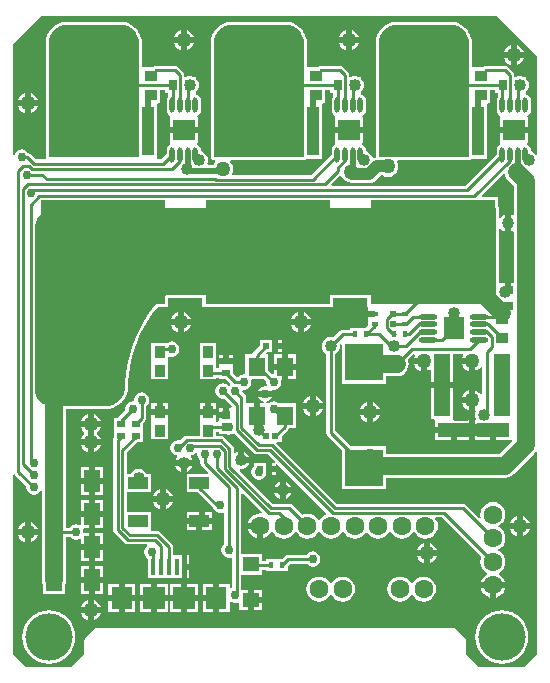
<source format=gtl>
G04 Layer_Physical_Order=1*
G04 Layer_Color=255*
%FSAX24Y24*%
%MOIN*%
G70*
G01*
G75*
%ADD10R,0.0177X0.0217*%
%ADD11R,0.1280X0.1230*%
%ADD12R,0.0560X0.0480*%
%ADD13R,0.0354X0.0276*%
%ADD14R,0.1063X0.0453*%
%ADD15R,0.0750X0.0750*%
%ADD16R,0.0710X0.0750*%
%ADD17R,0.0140X0.0560*%
%ADD18R,0.0283X0.0283*%
%ADD19R,0.0205X0.0205*%
%ADD20R,0.0394X0.0354*%
%ADD21R,0.0413X0.1634*%
%ADD22R,0.4173X0.3465*%
%ADD23R,0.0650X0.0400*%
%ADD24R,0.0354X0.0394*%
%ADD25R,0.0532X0.0748*%
%ADD26R,0.0256X0.0217*%
%ADD27R,0.0550X0.0630*%
%ADD28R,0.0532X0.2087*%
%ADD29O,0.0610X0.0177*%
%ADD30R,0.0681X0.0728*%
%ADD31R,0.0217X0.0177*%
%ADD32R,0.0205X0.0205*%
%ADD33O,0.0177X0.0512*%
%ADD34R,0.0740X0.0661*%
%ADD35R,0.0276X0.0354*%
%ADD36C,0.0100*%
%ADD37C,0.0600*%
%ADD38C,0.0200*%
%ADD39C,0.0400*%
%ADD40C,0.0630*%
%ADD41C,0.1575*%
%ADD42C,0.0500*%
%ADD43C,0.0400*%
%ADD44C,0.0300*%
%ADD45C,0.0157*%
G36*
X068106Y035739D02*
X068112Y035696D01*
X068152Y035599D01*
X068216Y035516D01*
X068398Y035334D01*
Y034383D01*
X068353Y034361D01*
X068351Y034362D01*
X068300Y034383D01*
Y034100D01*
Y033817D01*
X068351Y033838D01*
X068353Y033839D01*
X068398Y033817D01*
Y032113D01*
X068300D01*
Y031876D01*
X068100D01*
Y032113D01*
X067923D01*
X067900Y032154D01*
X067900Y033916D01*
X067950Y033933D01*
X067986Y033886D01*
X068049Y033838D01*
X068100Y033817D01*
Y034100D01*
Y034383D01*
X068049Y034362D01*
X067986Y034314D01*
X067950Y034267D01*
X067900Y034284D01*
Y034600D01*
X067893Y034638D01*
X067885Y034650D01*
Y034976D01*
X067345D01*
X067326Y035022D01*
X068059Y035755D01*
X068106Y035739D01*
D02*
G37*
G36*
X069189Y039654D02*
Y036396D01*
X069139Y036379D01*
X069113Y036413D01*
X069050Y036461D01*
X068978Y036491D01*
X068975Y036491D01*
Y036541D01*
X068960Y036614D01*
X068919Y036675D01*
X068857Y036717D01*
X068844Y036719D01*
X068849Y036769D01*
X068870D01*
Y037100D01*
X068400D01*
X067930D01*
Y036769D01*
X067951D01*
X067956Y036719D01*
X067943Y036717D01*
X067881Y036675D01*
X067840Y036614D01*
X067825Y036541D01*
Y036397D01*
X066780Y035351D01*
X062331D01*
X062312Y035398D01*
X062594Y035680D01*
X062653Y035668D01*
X062671Y035624D01*
X062727Y035552D01*
X062800Y035496D01*
X062885Y035461D01*
X062931Y035454D01*
X062942Y035450D01*
X063019Y035440D01*
X063590D01*
X063668Y035450D01*
X063741Y035480D01*
X063803Y035528D01*
X063965Y035690D01*
X064020D01*
X064024Y035687D01*
X064109Y035651D01*
X064200Y035640D01*
X064291Y035651D01*
X064376Y035687D01*
X064448Y035742D01*
X064504Y035815D01*
X064539Y035900D01*
X064551Y035991D01*
X064539Y036082D01*
X064511Y036150D01*
X064537Y036200D01*
X066900D01*
X066938Y036207D01*
X066971Y036229D01*
X066982Y036245D01*
X067505D01*
Y038076D01*
X067541Y038109D01*
X067595D01*
Y038549D01*
X067788D01*
Y038424D01*
X067865D01*
Y038304D01*
X067840Y038267D01*
X067825Y038194D01*
Y037859D01*
X067840Y037786D01*
X067881Y037725D01*
X067943Y037683D01*
X067956Y037681D01*
X067951Y037631D01*
X067930D01*
Y037300D01*
X068400D01*
X068870D01*
Y037631D01*
X068849D01*
X068844Y037681D01*
X068857Y037683D01*
X068919Y037725D01*
X068960Y037786D01*
X068975Y037859D01*
Y038194D01*
X068960Y038267D01*
X068919Y038329D01*
X068857Y038370D01*
X068820Y038378D01*
X068812Y038424D01*
X068812Y038424D01*
Y038486D01*
X068813Y038487D01*
X068861Y038549D01*
X068891Y038622D01*
X068901Y038700D01*
X068891Y038778D01*
X068861Y038851D01*
X068813Y038913D01*
X068812Y038914D01*
Y038976D01*
X068714D01*
X068678Y038991D01*
X068600Y039001D01*
X068522Y038991D01*
X068486Y038976D01*
X068423D01*
Y039028D01*
X068423Y039028D01*
X068412Y039086D01*
X068379Y039135D01*
X068379Y039135D01*
X068207Y039307D01*
X068158Y039340D01*
X068100Y039351D01*
X068100Y039351D01*
X067485D01*
X067485Y039351D01*
X067427Y039340D01*
X067378Y039307D01*
X067378Y039307D01*
X067362Y039291D01*
X067050D01*
X067000Y039339D01*
X067000Y040100D01*
X067000Y040129D01*
X066999Y040134D01*
X067000Y040139D01*
X066991Y040227D01*
X066988Y040237D01*
X066987Y040247D01*
X066953Y040360D01*
X066948Y040369D01*
X066946Y040378D01*
X066890Y040482D01*
X066884Y040490D01*
X066879Y040499D01*
X066804Y040590D01*
X066796Y040596D01*
X066790Y040604D01*
X066699Y040679D01*
X066690Y040684D01*
X066682Y040690D01*
X066578Y040746D01*
X066569Y040748D01*
X066560Y040753D01*
X066447Y040787D01*
X066437Y040788D01*
X066427Y040791D01*
X066339Y040800D01*
X066334Y040799D01*
X066329Y040800D01*
X066300Y040800D01*
X064500Y040800D01*
X064471Y040800D01*
X064466Y040799D01*
X064461Y040800D01*
X064373Y040791D01*
X064363Y040788D01*
X064353Y040787D01*
X064240Y040753D01*
X064231Y040748D01*
X064222Y040746D01*
X064118Y040690D01*
X064110Y040684D01*
X064101Y040679D01*
X064010Y040604D01*
X064004Y040596D01*
X063996Y040590D01*
X063921Y040499D01*
X063916Y040490D01*
X063910Y040482D01*
X063854Y040378D01*
X063852Y040369D01*
X063847Y040360D01*
X063813Y040247D01*
X063812Y040237D01*
X063809Y040227D01*
X063800Y040139D01*
X063801Y040134D01*
X063800Y040129D01*
X063800Y040100D01*
Y036300D01*
X063789Y036285D01*
X063762Y036282D01*
X063737Y036271D01*
X063684Y036295D01*
X063661Y036351D01*
X063613Y036413D01*
X063551Y036461D01*
X063478Y036491D01*
X063475Y036491D01*
Y036541D01*
X063460Y036614D01*
X063419Y036675D01*
X063357Y036717D01*
X063344Y036719D01*
X063349Y036769D01*
X063370D01*
Y037100D01*
X062900D01*
X062430D01*
Y036769D01*
X062451D01*
X062456Y036719D01*
X062443Y036717D01*
X062381Y036675D01*
X062340Y036614D01*
X062325Y036541D01*
Y036397D01*
X061630Y035701D01*
X059038D01*
X059012Y035751D01*
X059039Y035818D01*
X059051Y035909D01*
X059039Y036000D01*
X059004Y036085D01*
X058955Y036150D01*
X058968Y036200D01*
X061400D01*
X061438Y036207D01*
X061471Y036229D01*
X061482Y036245D01*
X062005D01*
Y038076D01*
X062041Y038109D01*
X062095D01*
Y038549D01*
X062288D01*
Y038424D01*
X062373D01*
Y038317D01*
X062340Y038267D01*
X062325Y038194D01*
Y037859D01*
X062340Y037786D01*
X062381Y037725D01*
X062443Y037683D01*
X062456Y037681D01*
X062451Y037631D01*
X062430D01*
Y037300D01*
X062900D01*
X063370D01*
Y037631D01*
X063349D01*
X063344Y037681D01*
X063357Y037683D01*
X063419Y037725D01*
X063460Y037786D01*
X063475Y037859D01*
Y038194D01*
X063460Y038267D01*
X063419Y038329D01*
X063357Y038370D01*
X063320Y038378D01*
X063312Y038424D01*
X063312Y038424D01*
Y038486D01*
X063313Y038487D01*
X063361Y038549D01*
X063391Y038622D01*
X063401Y038700D01*
X063391Y038778D01*
X063361Y038851D01*
X063313Y038913D01*
X063312Y038914D01*
Y038976D01*
X063214D01*
X063178Y038991D01*
X063100Y039001D01*
X063022Y038991D01*
X062986Y038976D01*
X062923D01*
Y039028D01*
X062923Y039028D01*
X062912Y039086D01*
X062879Y039135D01*
X062879Y039135D01*
X062707Y039307D01*
X062658Y039340D01*
X062600Y039351D01*
X062600Y039351D01*
X061985D01*
X061985Y039351D01*
X061927Y039340D01*
X061878Y039307D01*
X061878Y039307D01*
X061862Y039291D01*
X061550D01*
X061500Y039339D01*
X061500Y040100D01*
X061500Y040129D01*
X061499Y040134D01*
X061500Y040139D01*
X061491Y040227D01*
X061488Y040237D01*
X061487Y040247D01*
X061453Y040360D01*
X061448Y040369D01*
X061446Y040378D01*
X061390Y040482D01*
X061384Y040490D01*
X061379Y040499D01*
X061304Y040590D01*
X061296Y040596D01*
X061290Y040604D01*
X061199Y040679D01*
X061190Y040684D01*
X061182Y040690D01*
X061078Y040746D01*
X061069Y040748D01*
X061060Y040753D01*
X060947Y040787D01*
X060937Y040788D01*
X060927Y040791D01*
X060839Y040800D01*
X060834Y040799D01*
X060829Y040800D01*
X060800Y040800D01*
X059000Y040800D01*
X058971Y040800D01*
X058966Y040799D01*
X058961Y040800D01*
X058873Y040791D01*
X058863Y040788D01*
X058853Y040787D01*
X058740Y040753D01*
X058731Y040748D01*
X058722Y040746D01*
X058618Y040690D01*
X058610Y040684D01*
X058601Y040679D01*
X058510Y040604D01*
X058504Y040596D01*
X058496Y040590D01*
X058421Y040499D01*
X058416Y040490D01*
X058410Y040482D01*
X058354Y040378D01*
X058352Y040369D01*
X058347Y040360D01*
X058313Y040247D01*
X058312Y040237D01*
X058309Y040227D01*
X058300Y040139D01*
X058301Y040134D01*
X058300Y040129D01*
X058300Y040100D01*
Y036300D01*
X058307Y036262D01*
X058329Y036229D01*
X058362Y036207D01*
X058400Y036200D01*
X058432D01*
X058445Y036150D01*
X058396Y036085D01*
X058378Y036043D01*
X058212D01*
X058179Y036093D01*
X058191Y036122D01*
X058201Y036200D01*
X058191Y036278D01*
X058161Y036351D01*
X058113Y036413D01*
X058050Y036461D01*
X057978Y036491D01*
X057975Y036491D01*
Y036541D01*
X057960Y036614D01*
X057919Y036675D01*
X057857Y036717D01*
X057844Y036719D01*
X057849Y036769D01*
X057870D01*
Y037100D01*
X057400D01*
X056930D01*
Y036769D01*
X056951D01*
X056956Y036719D01*
X056943Y036717D01*
X056881Y036675D01*
X056840Y036614D01*
X056825Y036541D01*
Y036397D01*
X056657Y036228D01*
X056548D01*
X056505Y036245D01*
Y038076D01*
X056541Y038109D01*
X056595D01*
Y038549D01*
X056788D01*
Y038424D01*
X056873D01*
Y038317D01*
X056840Y038267D01*
X056825Y038194D01*
Y037859D01*
X056840Y037786D01*
X056881Y037725D01*
X056943Y037683D01*
X056956Y037681D01*
X056951Y037631D01*
X056930D01*
Y037300D01*
X057400D01*
X057870D01*
Y037631D01*
X057849D01*
X057844Y037681D01*
X057857Y037683D01*
X057919Y037725D01*
X057960Y037786D01*
X057975Y037859D01*
Y038194D01*
X057960Y038267D01*
X057919Y038329D01*
X057857Y038370D01*
X057820Y038378D01*
X057812Y038424D01*
X057812Y038424D01*
Y038486D01*
X057813Y038487D01*
X057861Y038549D01*
X057891Y038622D01*
X057901Y038700D01*
X057891Y038778D01*
X057861Y038851D01*
X057813Y038913D01*
X057812Y038914D01*
Y038976D01*
X057714D01*
X057678Y038991D01*
X057600Y039001D01*
X057522Y038991D01*
X057486Y038976D01*
X057423D01*
Y039028D01*
X057423Y039028D01*
X057412Y039086D01*
X057379Y039135D01*
X057379Y039135D01*
X057207Y039307D01*
X057158Y039340D01*
X057100Y039351D01*
X057100Y039351D01*
X056485D01*
X056485Y039351D01*
X056427Y039340D01*
X056378Y039307D01*
X056378Y039307D01*
X056362Y039291D01*
X056050D01*
X056000Y039339D01*
X056000Y040100D01*
X056000Y040129D01*
X055999Y040134D01*
X056000Y040139D01*
X055991Y040227D01*
X055988Y040237D01*
X055987Y040247D01*
X055953Y040360D01*
X055948Y040369D01*
X055946Y040378D01*
X055890Y040482D01*
X055884Y040490D01*
X055879Y040499D01*
X055804Y040590D01*
X055796Y040596D01*
X055790Y040604D01*
X055699Y040679D01*
X055690Y040684D01*
X055682Y040690D01*
X055578Y040746D01*
X055569Y040748D01*
X055560Y040753D01*
X055447Y040787D01*
X055437Y040788D01*
X055427Y040791D01*
X055339Y040800D01*
X055334Y040799D01*
X055329Y040800D01*
X055300Y040800D01*
X053500Y040800D01*
X053471Y040800D01*
X053466Y040799D01*
X053461Y040800D01*
X053373Y040791D01*
X053363Y040788D01*
X053353Y040787D01*
X053240Y040753D01*
X053231Y040748D01*
X053222Y040746D01*
X053118Y040690D01*
X053110Y040684D01*
X053101Y040679D01*
X053010Y040604D01*
X053004Y040596D01*
X052996Y040590D01*
X052921Y040499D01*
X052916Y040490D01*
X052910Y040482D01*
X052854Y040378D01*
X052852Y040369D01*
X052847Y040360D01*
X052813Y040247D01*
X052812Y040237D01*
X052809Y040227D01*
X052800Y040139D01*
X052801Y040134D01*
X052800Y040129D01*
X052800Y040100D01*
Y036300D01*
X052804Y036279D01*
X052779Y036237D01*
X052769Y036228D01*
X052459D01*
X052280Y036407D01*
X052231Y036440D01*
X052201Y036446D01*
X052179Y036479D01*
X052097Y036534D01*
X052000Y036553D01*
X051903Y036534D01*
X051821Y036479D01*
X051766Y036397D01*
X051761Y036373D01*
X051711Y036378D01*
Y039400D01*
Y040054D01*
X052646Y040989D01*
X067854D01*
X069189Y039654D01*
D02*
G37*
G36*
X067800Y031700D02*
X057000Y031700D01*
X057000Y031700D01*
X056958Y031702D01*
X056835Y031687D01*
X056707Y031635D01*
X056598Y031547D01*
X056568Y031511D01*
X056568Y031511D01*
X056483Y031416D01*
X056248Y031113D01*
X056039Y030784D01*
X055858Y030438D01*
X055709Y030077D01*
X055592Y029705D01*
X055507Y029324D01*
X055448Y028816D01*
X055445Y028645D01*
X055445Y028645D01*
X055443Y028583D01*
X055398Y028406D01*
X055336Y028291D01*
X055254Y028191D01*
X055154Y028108D01*
X055039Y028047D01*
X054861Y028001D01*
X054800Y028000D01*
X053000Y028000D01*
Y028000D01*
X052928D01*
X052723Y028070D01*
X052608Y028158D01*
X052520Y028273D01*
X052450Y028478D01*
Y028550D01*
X052450Y033950D01*
Y034014D01*
X052497Y034200D01*
X052557Y034313D01*
X052638Y034412D01*
X052737Y034493D01*
X052850Y034553D01*
X053036Y034600D01*
X053100D01*
X067800Y034600D01*
X067800Y031700D01*
D02*
G37*
G36*
X062662Y030051D02*
Y028747D01*
X064138D01*
Y028998D01*
X064500D01*
X064604Y029012D01*
X064701Y029052D01*
X064784Y029116D01*
X064848Y029199D01*
X064888Y029296D01*
X064902Y029400D01*
X064888Y029504D01*
X064868Y029554D01*
X065048Y029734D01*
X065073Y029731D01*
X065095Y029678D01*
X065094Y029677D01*
X065063Y029600D01*
X065400D01*
Y029500D01*
X065500D01*
Y029163D01*
X065577Y029194D01*
X065595Y029209D01*
X065640Y029187D01*
Y028800D01*
X066006D01*
X066372D01*
Y029749D01*
X066693D01*
X066715Y029704D01*
X066694Y029677D01*
X066663Y029600D01*
X067000D01*
Y029500D01*
X067100D01*
Y029163D01*
X067177Y029194D01*
X067250Y029250D01*
X067299Y029314D01*
X067336Y029307D01*
X067349Y029301D01*
Y028399D01*
X067336Y028393D01*
X067299Y028386D01*
X067250Y028450D01*
X067177Y028506D01*
X067100Y028537D01*
Y028200D01*
Y027849D01*
X067126Y027819D01*
X067109Y027778D01*
X067099Y027700D01*
X067109Y027622D01*
X067126Y027581D01*
X067100Y027551D01*
Y027200D01*
Y026863D01*
X067104Y026864D01*
X067600D01*
Y027191D01*
X067800D01*
Y026864D01*
X068325D01*
X068356Y026824D01*
X067943Y026411D01*
X064138D01*
Y026653D01*
X063639D01*
X063600Y026659D01*
X063561Y026653D01*
X062961D01*
X062451Y027163D01*
Y029740D01*
X062513Y029787D01*
X062561Y029850D01*
X062591Y029922D01*
X062601Y030000D01*
X062593Y030058D01*
X062612Y030074D01*
X062662Y030051D01*
D02*
G37*
G36*
X056994Y031600D02*
X056997Y031600D01*
X057000Y031600D01*
X058015Y031600D01*
Y031314D01*
X062385D01*
Y031600D01*
X063515Y031600D01*
Y031314D01*
X063549D01*
X063552Y031266D01*
X063552D01*
Y031177D01*
X063761D01*
Y030977D01*
X063552D01*
Y030889D01*
X063554D01*
Y030691D01*
X063470Y030607D01*
X062936D01*
Y030551D01*
X062700D01*
X062642Y030540D01*
X062593Y030507D01*
X062593Y030507D01*
X062377Y030291D01*
X062300Y030301D01*
X062222Y030291D01*
X062150Y030261D01*
X062087Y030213D01*
X062039Y030150D01*
X062009Y030078D01*
X061999Y030000D01*
X062009Y029922D01*
X062039Y029850D01*
X062087Y029787D01*
X062149Y029740D01*
Y027100D01*
X062149Y027100D01*
X062160Y027042D01*
X062193Y026993D01*
X062662Y026524D01*
Y025227D01*
X064138D01*
Y025608D01*
X068109D01*
X068213Y025621D01*
X068310Y025661D01*
X068394Y025725D01*
X069084Y026416D01*
X069139Y026487D01*
X069189Y026473D01*
Y019746D01*
X068754Y019311D01*
X067246D01*
X066811Y019746D01*
Y020200D01*
X066803Y020243D01*
X066779Y020279D01*
X066479Y020579D01*
X066443Y020603D01*
X066400Y020611D01*
X066400Y020611D01*
X054500D01*
X054457Y020603D01*
X054421Y020579D01*
X054121Y020279D01*
X054097Y020243D01*
X054089Y020200D01*
X054089Y020200D01*
Y019746D01*
X053654Y019311D01*
X052146D01*
X051711Y019746D01*
Y025716D01*
X051761Y025732D01*
X051775Y025711D01*
X052153Y025333D01*
X052147Y025300D01*
X052166Y025203D01*
X052221Y025121D01*
X052303Y025066D01*
X052400Y025047D01*
X052497Y025066D01*
X052579Y025121D01*
X052618Y025179D01*
X052668Y025164D01*
Y024400D01*
Y023800D01*
Y023300D01*
Y022200D01*
X052682Y022096D01*
X052706Y022038D01*
Y021728D01*
X053434D01*
Y022038D01*
X053458Y022096D01*
X053472Y022200D01*
Y023300D01*
Y023649D01*
X053602D01*
X053621Y023621D01*
X053703Y023566D01*
X053800Y023547D01*
X053897Y023566D01*
X053920Y023581D01*
X053964Y023558D01*
Y023400D01*
X054230D01*
Y023774D01*
X054075D01*
X054053Y023800D01*
X054038Y023876D01*
X054070Y023926D01*
X054230D01*
Y024300D01*
X053964D01*
Y024042D01*
X053920Y024019D01*
X053897Y024034D01*
X053800Y024053D01*
X053703Y024034D01*
X053621Y023979D01*
X053602Y023951D01*
X053472D01*
Y024400D01*
Y025500D01*
Y027900D01*
X054800Y027900D01*
X054801Y027900D01*
X054802Y027900D01*
X054863Y027901D01*
X054875Y027903D01*
X054886Y027904D01*
X055064Y027950D01*
X055075Y027955D01*
X055086Y027959D01*
X055201Y028020D01*
X055209Y028026D01*
X055217Y028031D01*
X055318Y028113D01*
X055324Y028121D01*
X055332Y028127D01*
X055414Y028227D01*
X055419Y028236D01*
X055425Y028244D01*
X055486Y028358D01*
X055490Y028370D01*
X055495Y028381D01*
X055541Y028558D01*
X055541Y028570D01*
X055544Y028581D01*
X055545Y028643D01*
X055545Y028643D01*
X055549Y028809D01*
X055607Y029308D01*
X055689Y029679D01*
X055804Y030043D01*
X055949Y030395D01*
X056126Y030733D01*
X056330Y031055D01*
X056532Y031314D01*
X056885D01*
Y031592D01*
X056962Y031602D01*
X056994Y031600D01*
D02*
G37*
G36*
X055418Y040691D02*
X055531Y040657D01*
X055635Y040601D01*
X055726Y040526D01*
X055801Y040435D01*
X055857Y040331D01*
X055891Y040218D01*
X055900Y040129D01*
X055900Y040100D01*
X055900Y036300D01*
X052900D01*
Y040100D01*
X052900Y040129D01*
X052909Y040218D01*
X052943Y040331D01*
X052999Y040435D01*
X053074Y040526D01*
X053165Y040601D01*
X053269Y040657D01*
X053382Y040691D01*
X053471Y040700D01*
X053500Y040700D01*
X055300Y040700D01*
X055329Y040700D01*
X055418Y040691D01*
D02*
G37*
G36*
X060918D02*
X061031Y040657D01*
X061135Y040601D01*
X061226Y040526D01*
X061301Y040435D01*
X061357Y040331D01*
X061391Y040218D01*
X061400Y040129D01*
X061400Y040100D01*
X061400Y036300D01*
X058400D01*
Y040100D01*
X058400Y040129D01*
X058409Y040218D01*
X058443Y040331D01*
X058499Y040435D01*
X058574Y040526D01*
X058665Y040601D01*
X058769Y040657D01*
X058882Y040691D01*
X058971Y040700D01*
X059000Y040700D01*
X060800Y040700D01*
X060829Y040700D01*
X060918Y040691D01*
D02*
G37*
G36*
X066418D02*
X066531Y040657D01*
X066635Y040601D01*
X066726Y040526D01*
X066801Y040435D01*
X066857Y040331D01*
X066891Y040218D01*
X066900Y040129D01*
X066900Y040100D01*
X066900Y036300D01*
X063900D01*
Y040100D01*
X063900Y040129D01*
X063909Y040218D01*
X063943Y040331D01*
X063999Y040435D01*
X064074Y040526D01*
X064165Y040601D01*
X064269Y040657D01*
X064382Y040691D01*
X064471Y040700D01*
X064500Y040700D01*
X066300Y040700D01*
X066329Y040700D01*
X066418Y040691D01*
D02*
G37*
%LPC*%
G36*
X052537Y023700D02*
X052300D01*
Y023463D01*
X052377Y023494D01*
X052450Y023550D01*
X052506Y023623D01*
X052537Y023700D01*
D02*
G37*
G36*
X052100D02*
X051863D01*
X051894Y023623D01*
X051950Y023550D01*
X052023Y023494D01*
X052100Y023463D01*
Y023700D01*
D02*
G37*
G36*
X054230Y025400D02*
X053964D01*
Y025026D01*
X054230D01*
Y025400D01*
D02*
G37*
G36*
X059844Y023900D02*
X059539D01*
X059540Y023892D01*
X059582Y023791D01*
X059648Y023704D01*
X059735Y023637D01*
X059836Y023596D01*
X059844Y023595D01*
Y023900D01*
D02*
G37*
G36*
X057820Y024070D02*
X057495D01*
Y023870D01*
X057820D01*
Y024070D01*
D02*
G37*
G36*
X068937Y023900D02*
X068700D01*
Y023663D01*
X068777Y023694D01*
X068850Y023750D01*
X068906Y023823D01*
X068937Y023900D01*
D02*
G37*
G36*
X068500D02*
X068263D01*
X068294Y023823D01*
X068350Y023750D01*
X068423Y023694D01*
X068500Y023663D01*
Y023900D01*
D02*
G37*
G36*
X054696Y023774D02*
X054430D01*
Y023400D01*
X054696D01*
Y023774D01*
D02*
G37*
G36*
X054230Y023200D02*
X053964D01*
Y022826D01*
X054230D01*
Y023200D01*
D02*
G37*
G36*
X065837Y023000D02*
X065600D01*
Y022763D01*
X065677Y022794D01*
X065750Y022850D01*
X065806Y022923D01*
X065837Y023000D01*
D02*
G37*
G36*
X065400D02*
X065163D01*
X065194Y022923D01*
X065250Y022850D01*
X065323Y022794D01*
X065400Y022763D01*
Y023000D01*
D02*
G37*
G36*
X054696Y025400D02*
X054430D01*
Y025026D01*
X054696D01*
Y025400D01*
D02*
G37*
G36*
X065600Y023437D02*
Y023200D01*
X065837D01*
X065806Y023277D01*
X065750Y023350D01*
X065677Y023406D01*
X065600Y023437D01*
D02*
G37*
G36*
X065400D02*
X065323Y023406D01*
X065250Y023350D01*
X065194Y023277D01*
X065163Y023200D01*
X065400D01*
Y023437D01*
D02*
G37*
G36*
X054696Y023200D02*
X054430D01*
Y022826D01*
X054696D01*
Y023200D01*
D02*
G37*
G36*
X058345Y024070D02*
X058020D01*
Y023870D01*
X058345D01*
Y024070D01*
D02*
G37*
G36*
X054230Y024874D02*
X053964D01*
Y024500D01*
X054230D01*
Y024874D01*
D02*
G37*
G36*
X058100Y024483D02*
Y024270D01*
X058345D01*
Y024470D01*
X058132D01*
X058100Y024483D01*
D02*
G37*
G36*
X057900D02*
X057868Y024470D01*
X057495D01*
Y024270D01*
X057900D01*
Y024483D01*
D02*
G37*
G36*
X054696Y024874D02*
X054430D01*
Y024500D01*
X054696D01*
Y024874D01*
D02*
G37*
G36*
X056600Y025237D02*
X056523Y025206D01*
X056450Y025150D01*
X056394Y025077D01*
X056363Y025000D01*
X056600D01*
Y025237D01*
D02*
G37*
G36*
X057037Y024800D02*
X056800D01*
Y024563D01*
X056877Y024594D01*
X056950Y024650D01*
X057006Y024723D01*
X057037Y024800D01*
D02*
G37*
G36*
X056600D02*
X056363D01*
X056394Y024723D01*
X056450Y024650D01*
X056523Y024594D01*
X056600Y024563D01*
Y024800D01*
D02*
G37*
G36*
X068700Y024337D02*
Y024100D01*
X068937D01*
X068906Y024177D01*
X068850Y024250D01*
X068777Y024306D01*
X068700Y024337D01*
D02*
G37*
G36*
X054696Y025974D02*
X054430D01*
Y025600D01*
X054696D01*
Y025974D01*
D02*
G37*
G36*
X056800Y025237D02*
Y025000D01*
X057037D01*
X057006Y025077D01*
X056950Y025150D01*
X056877Y025206D01*
X056800Y025237D01*
D02*
G37*
G36*
X052100Y024137D02*
X052023Y024106D01*
X051950Y024050D01*
X051894Y023977D01*
X051863Y023900D01*
X052100D01*
Y024137D01*
D02*
G37*
G36*
X054230Y025974D02*
X053964D01*
Y025600D01*
X054230D01*
Y025974D01*
D02*
G37*
G36*
X068500Y024337D02*
X068423Y024306D01*
X068350Y024250D01*
X068294Y024177D01*
X068263Y024100D01*
X068500D01*
Y024337D01*
D02*
G37*
G36*
X054696Y024300D02*
X054430D01*
Y023926D01*
X054696D01*
Y024300D01*
D02*
G37*
G36*
X052300Y024137D02*
Y023900D01*
X052537D01*
X052506Y023977D01*
X052450Y024050D01*
X052377Y024106D01*
X052300Y024137D01*
D02*
G37*
G36*
X058380Y021500D02*
X058025D01*
Y021125D01*
X058380D01*
Y021500D01*
D02*
G37*
G36*
X060008Y021428D02*
X059728D01*
Y021188D01*
X060008D01*
Y021428D01*
D02*
G37*
G36*
X057300Y021500D02*
X056925D01*
Y021125D01*
X057300D01*
Y021500D01*
D02*
G37*
G36*
X057875D02*
X057500D01*
Y021125D01*
X057875D01*
Y021500D01*
D02*
G37*
G36*
X067600Y021919D02*
X067295D01*
X067296Y021911D01*
X067337Y021810D01*
X067404Y021723D01*
X067491Y021656D01*
X067592Y021615D01*
X067600Y021613D01*
Y021919D01*
D02*
G37*
G36*
X068105D02*
X067800D01*
Y021613D01*
X067808Y021615D01*
X067909Y021656D01*
X067996Y021723D01*
X068063Y021810D01*
X068104Y021911D01*
X068105Y021919D01*
D02*
G37*
G36*
X054200Y021537D02*
X054123Y021506D01*
X054050Y021450D01*
X053994Y021377D01*
X053963Y021300D01*
X054200D01*
Y021537D01*
D02*
G37*
G36*
X054400D02*
Y021300D01*
X054637D01*
X054606Y021377D01*
X054550Y021450D01*
X054477Y021506D01*
X054400Y021537D01*
D02*
G37*
G36*
X054200Y021100D02*
X053963D01*
X053994Y021023D01*
X054050Y020950D01*
X054123Y020894D01*
X054200Y020863D01*
Y021100D01*
D02*
G37*
G36*
X054637D02*
X054400D01*
Y020863D01*
X054477Y020894D01*
X054550Y020950D01*
X054606Y021023D01*
X054637Y021100D01*
D02*
G37*
G36*
X052900Y021190D02*
X052726Y021173D01*
X052559Y021122D01*
X052405Y021040D01*
X052271Y020929D01*
X052160Y020795D01*
X052078Y020641D01*
X052027Y020474D01*
X052010Y020300D01*
X052027Y020126D01*
X052078Y019959D01*
X052160Y019805D01*
X052271Y019671D01*
X052405Y019560D01*
X052559Y019478D01*
X052726Y019427D01*
X052900Y019410D01*
X053074Y019427D01*
X053241Y019478D01*
X053395Y019560D01*
X053529Y019671D01*
X053640Y019805D01*
X053722Y019959D01*
X053773Y020126D01*
X053790Y020300D01*
X053773Y020474D01*
X053722Y020641D01*
X053640Y020795D01*
X053529Y020929D01*
X053395Y021040D01*
X053241Y021122D01*
X053074Y021173D01*
X052900Y021190D01*
D02*
G37*
G36*
X068000D02*
X067826Y021173D01*
X067659Y021122D01*
X067505Y021040D01*
X067371Y020929D01*
X067260Y020795D01*
X067178Y020641D01*
X067127Y020474D01*
X067110Y020300D01*
X067127Y020126D01*
X067178Y019959D01*
X067260Y019805D01*
X067371Y019671D01*
X067505Y019560D01*
X067659Y019478D01*
X067826Y019427D01*
X068000Y019410D01*
X068174Y019427D01*
X068341Y019478D01*
X068495Y019560D01*
X068629Y019671D01*
X068740Y019805D01*
X068822Y019959D01*
X068873Y020126D01*
X068890Y020300D01*
X068873Y020474D01*
X068822Y020641D01*
X068740Y020795D01*
X068629Y020929D01*
X068495Y021040D01*
X068341Y021122D01*
X068174Y021173D01*
X068000Y021190D01*
D02*
G37*
G36*
X056300Y021500D02*
X055925D01*
Y021125D01*
X056300D01*
Y021500D01*
D02*
G37*
G36*
X056875D02*
X056500D01*
Y021125D01*
X056875D01*
Y021500D01*
D02*
G37*
G36*
X055225D02*
X054870D01*
Y021125D01*
X055225D01*
Y021500D01*
D02*
G37*
G36*
X055780D02*
X055425D01*
Y021125D01*
X055780D01*
Y021500D01*
D02*
G37*
G36*
X062694Y022317D02*
X062586Y022303D01*
X062485Y022261D01*
X062399Y022195D01*
X062333Y022109D01*
X062325Y022090D01*
X062275D01*
X062267Y022109D01*
X062201Y022195D01*
X062115Y022261D01*
X062014Y022303D01*
X061906Y022317D01*
X061798Y022303D01*
X061698Y022261D01*
X061611Y022195D01*
X061545Y022109D01*
X061504Y022008D01*
X061489Y021900D01*
X061504Y021792D01*
X061545Y021692D01*
X061611Y021605D01*
X061698Y021539D01*
X061798Y021497D01*
X061906Y021483D01*
X062014Y021497D01*
X062115Y021539D01*
X062201Y021605D01*
X062267Y021692D01*
X062275Y021710D01*
X062325D01*
X062333Y021692D01*
X062399Y021605D01*
X062485Y021539D01*
X062586Y021497D01*
X062694Y021483D01*
X062802Y021497D01*
X062902Y021539D01*
X062989Y021605D01*
X063055Y021692D01*
X063096Y021792D01*
X063111Y021900D01*
X063096Y022008D01*
X063055Y022109D01*
X062989Y022195D01*
X062902Y022261D01*
X062802Y022303D01*
X062694Y022317D01*
D02*
G37*
G36*
X065394D02*
X065286Y022303D01*
X065185Y022261D01*
X065099Y022195D01*
X065033Y022109D01*
X065025Y022090D01*
X064975D01*
X064967Y022109D01*
X064901Y022195D01*
X064815Y022261D01*
X064714Y022303D01*
X064606Y022317D01*
X064498Y022303D01*
X064398Y022261D01*
X064311Y022195D01*
X064245Y022109D01*
X064204Y022008D01*
X064189Y021900D01*
X064204Y021792D01*
X064245Y021692D01*
X064311Y021605D01*
X064398Y021539D01*
X064498Y021497D01*
X064606Y021483D01*
X064714Y021497D01*
X064815Y021539D01*
X064901Y021605D01*
X064967Y021692D01*
X064975Y021710D01*
X065025D01*
X065033Y021692D01*
X065099Y021605D01*
X065185Y021539D01*
X065286Y021497D01*
X065394Y021483D01*
X065502Y021497D01*
X065602Y021539D01*
X065689Y021605D01*
X065755Y021692D01*
X065796Y021792D01*
X065811Y021900D01*
X065796Y022008D01*
X065755Y022109D01*
X065689Y022195D01*
X065602Y022261D01*
X065502Y022303D01*
X065394Y022317D01*
D02*
G37*
G36*
X054230Y022100D02*
X053964D01*
Y021726D01*
X054230D01*
Y022100D01*
D02*
G37*
G36*
X054696D02*
X054430D01*
Y021726D01*
X054696D01*
Y022100D01*
D02*
G37*
G36*
Y022674D02*
X054430D01*
Y022300D01*
X054696D01*
Y022674D01*
D02*
G37*
G36*
X057590Y023030D02*
X057520D01*
Y022750D01*
X057590D01*
Y023030D01*
D02*
G37*
G36*
Y022550D02*
X057520D01*
Y022270D01*
X057590D01*
Y022550D01*
D02*
G37*
G36*
X054230Y022674D02*
X053964D01*
Y022300D01*
X054230D01*
Y022674D01*
D02*
G37*
G36*
X055780Y022075D02*
X055425D01*
Y021700D01*
X055780D01*
Y022075D01*
D02*
G37*
G36*
X056300D02*
X055925D01*
Y021700D01*
X056300D01*
Y022075D01*
D02*
G37*
G36*
X060008Y021868D02*
X059728D01*
Y021628D01*
X060008D01*
Y021868D01*
D02*
G37*
G36*
X055225Y022075D02*
X054870D01*
Y021700D01*
X055225D01*
Y022075D01*
D02*
G37*
G36*
X057875D02*
X057500D01*
Y021700D01*
X057875D01*
Y022075D01*
D02*
G37*
G36*
X058380D02*
X058025D01*
Y021700D01*
X058380D01*
Y022075D01*
D02*
G37*
G36*
X056875D02*
X056500D01*
Y021700D01*
X056875D01*
Y022075D01*
D02*
G37*
G36*
X057300D02*
X056925D01*
Y021700D01*
X057300D01*
Y022075D01*
D02*
G37*
G36*
X057637Y030700D02*
X057400D01*
Y030463D01*
X057477Y030494D01*
X057550Y030550D01*
X057606Y030623D01*
X057637Y030700D01*
D02*
G37*
G36*
X061200D02*
X060963D01*
X060994Y030623D01*
X061050Y030550D01*
X061123Y030494D01*
X061200Y030463D01*
Y030700D01*
D02*
G37*
G36*
X060660Y030202D02*
X060557D01*
Y030100D01*
X060660D01*
Y030202D01*
D02*
G37*
G36*
X057200Y030700D02*
X056963D01*
X056994Y030623D01*
X057050Y030550D01*
X057123Y030494D01*
X057200Y030463D01*
Y030700D01*
D02*
G37*
G36*
X057400Y031137D02*
Y030900D01*
X057637D01*
X057606Y030977D01*
X057550Y031050D01*
X057477Y031106D01*
X057400Y031137D01*
D02*
G37*
G36*
X061200D02*
X061123Y031106D01*
X061050Y031050D01*
X060994Y030977D01*
X060963Y030900D01*
X061200D01*
Y031137D01*
D02*
G37*
G36*
X061637Y030700D02*
X061400D01*
Y030463D01*
X061477Y030494D01*
X061550Y030550D01*
X061606Y030623D01*
X061637Y030700D01*
D02*
G37*
G36*
X057200Y031137D02*
X057123Y031106D01*
X057050Y031050D01*
X056994Y030977D01*
X056963Y030900D01*
X057200D01*
Y031137D01*
D02*
G37*
G36*
X060660Y029900D02*
X060557D01*
Y029798D01*
X060660D01*
Y029900D01*
D02*
G37*
G36*
X066900Y029400D02*
X066663D01*
X066694Y029323D01*
X066750Y029250D01*
X066823Y029194D01*
X066900Y029163D01*
Y029400D01*
D02*
G37*
G36*
X060675Y029730D02*
X060400D01*
Y029415D01*
X060675D01*
Y029730D01*
D02*
G37*
G36*
X060357Y030202D02*
X060255D01*
Y030201D01*
X059942D01*
Y030013D01*
X059718Y029789D01*
X059685Y029740D01*
X059683Y029728D01*
X059452D01*
Y029082D01*
X059413Y029051D01*
X059400Y029053D01*
X059303Y029034D01*
X059221Y028979D01*
X059211Y028964D01*
X059157Y028960D01*
X059026Y029091D01*
Y029289D01*
X059028D01*
Y029397D01*
X058572D01*
Y029289D01*
X058536Y029254D01*
X058483D01*
Y029470D01*
X058483Y029480D01*
Y029520D01*
X058483Y029530D01*
Y030110D01*
X057931D01*
Y029530D01*
X057931Y029520D01*
Y029480D01*
X057931Y029470D01*
Y028890D01*
X058483D01*
Y028952D01*
X058574D01*
Y028896D01*
X058793D01*
X058940Y028749D01*
X058932Y028699D01*
X058896Y028683D01*
X058866Y028688D01*
X058797Y028734D01*
X058700Y028753D01*
X058603Y028734D01*
X058521Y028679D01*
X058466Y028597D01*
X058447Y028500D01*
X058466Y028403D01*
X058521Y028321D01*
X058603Y028266D01*
X058700Y028247D01*
X058733Y028253D01*
X058997Y027989D01*
X058983Y027939D01*
X058900D01*
Y027697D01*
X058800D01*
Y027597D01*
X058558D01*
Y027493D01*
X058558Y027493D01*
X058508Y027472D01*
X058493Y027485D01*
X058484Y027504D01*
X058484Y027518D01*
X058484Y027530D01*
Y027715D01*
X058207D01*
X057930D01*
Y027530D01*
X057930Y027518D01*
X057931Y027469D01*
Y027010D01*
X057493D01*
X057493Y027010D01*
X057435Y026999D01*
X057386Y026966D01*
X057261Y026841D01*
X057200Y026853D01*
X057103Y026834D01*
X057021Y026779D01*
X056966Y026697D01*
X056947Y026600D01*
X056966Y026503D01*
X057021Y026421D01*
X057103Y026366D01*
X057158Y026355D01*
X057166Y026344D01*
X057176Y026301D01*
X057138Y026251D01*
X057117Y026200D01*
X057683D01*
X057662Y026251D01*
X057624Y026301D01*
X057634Y026344D01*
X057642Y026355D01*
X057697Y026366D01*
X057779Y026421D01*
X057809Y026465D01*
X057856Y026446D01*
X057847Y026400D01*
X057866Y026303D01*
X057921Y026221D01*
X057949Y026202D01*
Y026100D01*
X057949Y026100D01*
X057960Y026042D01*
X057993Y025993D01*
X058211Y025775D01*
X058192Y025728D01*
X057497D01*
Y025132D01*
X057854D01*
X058362Y024624D01*
X058366Y024603D01*
X058421Y024521D01*
X058503Y024466D01*
X058600Y024447D01*
X058697Y024466D01*
X058705Y024471D01*
X058749Y024448D01*
Y023398D01*
X058721Y023379D01*
X058666Y023297D01*
X058647Y023200D01*
X058666Y023103D01*
X058721Y023021D01*
X058803Y022966D01*
X058900Y022947D01*
X058958Y022958D01*
X059008Y022918D01*
Y021956D01*
X058985Y021942D01*
X058935Y021971D01*
Y022075D01*
X058580D01*
Y021600D01*
Y021125D01*
X058935D01*
Y021458D01*
X058979Y021482D01*
X059003Y021466D01*
X059100Y021447D01*
X059197Y021466D01*
X059204Y021471D01*
X059248Y021447D01*
Y021188D01*
X059528D01*
Y021528D01*
Y021868D01*
X059310D01*
Y022380D01*
X060006D01*
Y022549D01*
X060136D01*
Y022493D01*
X060864D01*
Y022673D01*
X060940Y022749D01*
X061502D01*
X061521Y022721D01*
X061603Y022666D01*
X061700Y022647D01*
X061797Y022666D01*
X061879Y022721D01*
X061934Y022803D01*
X061953Y022900D01*
X061934Y022997D01*
X061879Y023079D01*
X061797Y023134D01*
X061700Y023153D01*
X061603Y023134D01*
X061521Y023079D01*
X061502Y023051D01*
X060877D01*
X060877Y023051D01*
X060819Y023040D01*
X060770Y023007D01*
X060770Y023007D01*
X060670Y022907D01*
X060136D01*
Y022851D01*
X060006D01*
Y023057D01*
X059310D01*
Y025085D01*
X059357Y025104D01*
X059999Y024462D01*
X059976Y024414D01*
X059944Y024419D01*
X059836Y024404D01*
X059735Y024362D01*
X059648Y024296D01*
X059582Y024209D01*
X059540Y024108D01*
X059539Y024100D01*
X059944D01*
Y024000D01*
X060044D01*
Y023595D01*
X060052Y023596D01*
X060153Y023637D01*
X060240Y023704D01*
X060307Y023791D01*
X060314Y023808D01*
X060364D01*
X060370Y023791D01*
X060437Y023705D01*
X060523Y023639D01*
X060624Y023597D01*
X060732Y023583D01*
X060839Y023597D01*
X060940Y023639D01*
X061026Y023705D01*
X061093Y023791D01*
X061100Y023810D01*
X061150D01*
X061158Y023791D01*
X061224Y023705D01*
X061310Y023639D01*
X061411Y023597D01*
X061519Y023583D01*
X061627Y023597D01*
X061727Y023639D01*
X061814Y023705D01*
X061880Y023791D01*
X061889Y023813D01*
X061939D01*
X061948Y023791D01*
X062014Y023705D01*
X062100Y023639D01*
X062201Y023597D01*
X062309Y023583D01*
X062417Y023597D01*
X062517Y023639D01*
X062604Y023705D01*
X062670Y023791D01*
X062679Y023813D01*
X062729D01*
X062738Y023791D01*
X062804Y023705D01*
X062890Y023639D01*
X062991Y023597D01*
X063099Y023583D01*
X063207Y023597D01*
X063307Y023639D01*
X063394Y023705D01*
X063460Y023791D01*
X063465Y023804D01*
X063515D01*
X063520Y023791D01*
X063586Y023705D01*
X063673Y023639D01*
X063773Y023597D01*
X063881Y023583D01*
X063989Y023597D01*
X064090Y023639D01*
X064176Y023705D01*
X064242Y023791D01*
X064250Y023810D01*
X064300D01*
X064307Y023791D01*
X064374Y023705D01*
X064460Y023639D01*
X064561Y023597D01*
X064668Y023583D01*
X064776Y023597D01*
X064877Y023639D01*
X064963Y023705D01*
X065030Y023791D01*
X065037Y023810D01*
X065087D01*
X065095Y023791D01*
X065161Y023705D01*
X065247Y023639D01*
X065348Y023597D01*
X065456Y023583D01*
X065564Y023597D01*
X065664Y023639D01*
X065751Y023705D01*
X065817Y023791D01*
X065859Y023892D01*
X065873Y024000D01*
X065859Y024108D01*
X065817Y024209D01*
X065789Y024245D01*
X065811Y024290D01*
X066003D01*
X067321Y022971D01*
X067297Y022914D01*
X067283Y022806D01*
X067297Y022698D01*
X067339Y022598D01*
X067405Y022511D01*
X067491Y022445D01*
X067508Y022438D01*
Y022388D01*
X067491Y022381D01*
X067404Y022315D01*
X067337Y022228D01*
X067296Y022127D01*
X067295Y022119D01*
X067700D01*
X068105D01*
X068104Y022127D01*
X068063Y022228D01*
X067996Y022315D01*
X067909Y022381D01*
X067892Y022388D01*
Y022438D01*
X067909Y022445D01*
X067995Y022511D01*
X068061Y022598D01*
X068103Y022698D01*
X068117Y022806D01*
X068103Y022914D01*
X068061Y023015D01*
X067995Y023101D01*
X067909Y023167D01*
X067890Y023175D01*
Y023225D01*
X067909Y023233D01*
X067995Y023299D01*
X068061Y023385D01*
X068103Y023486D01*
X068117Y023594D01*
X068103Y023702D01*
X068061Y023802D01*
X067995Y023889D01*
X067909Y023955D01*
X067887Y023964D01*
Y024014D01*
X067909Y024023D01*
X067995Y024089D01*
X068061Y024175D01*
X068103Y024276D01*
X068117Y024384D01*
X068103Y024492D01*
X068061Y024592D01*
X067995Y024679D01*
X067909Y024745D01*
X067808Y024786D01*
X067700Y024801D01*
X067592Y024786D01*
X067491Y024745D01*
X067405Y024679D01*
X067339Y024592D01*
X067297Y024492D01*
X067283Y024384D01*
X067296Y024282D01*
X067284Y024270D01*
X067251Y024257D01*
X066801Y024707D01*
X066752Y024740D01*
X066694Y024751D01*
X066694Y024751D01*
X062488D01*
X060486Y026753D01*
X060505Y026799D01*
X060658D01*
Y026987D01*
X060882Y027211D01*
X060915Y027260D01*
X060917Y027272D01*
X061148D01*
Y028098D01*
X060550D01*
X060497Y028134D01*
X060400Y028153D01*
X060303Y028134D01*
X060250Y028099D01*
X060200Y028100D01*
X060200Y028100D01*
X060200Y028100D01*
X060137D01*
X060125Y028145D01*
X060125Y028145D01*
X060169Y028159D01*
X060198Y028165D01*
X060280Y028220D01*
X060334Y028300D01*
X059866D01*
X059920Y028220D01*
X060002Y028165D01*
X060031Y028159D01*
X060075Y028145D01*
X060075Y028145D01*
X060063Y028100D01*
X059925D01*
Y027685D01*
X059725D01*
Y028100D01*
X059469D01*
Y028282D01*
X059458Y028340D01*
X059425Y028389D01*
X059347Y028467D01*
X059353Y028500D01*
X059350Y028514D01*
X059386Y028550D01*
X059400Y028547D01*
X059497Y028566D01*
X059579Y028621D01*
X059634Y028703D01*
X059653Y028800D01*
X059643Y028852D01*
X059684Y028902D01*
X060084D01*
X060153Y028833D01*
X060147Y028800D01*
X060166Y028703D01*
X060174Y028691D01*
X060144Y028646D01*
X060100Y028655D01*
X060002Y028635D01*
X059920Y028580D01*
X059866Y028500D01*
X060334D01*
X060327Y028510D01*
X060357Y028555D01*
X060400Y028547D01*
X060497Y028566D01*
X060579Y028621D01*
X060634Y028703D01*
X060653Y028800D01*
X060643Y028850D01*
X060675Y028889D01*
Y029215D01*
X060400D01*
Y029085D01*
X060350Y029064D01*
X060198Y029216D01*
Y029728D01*
X060180D01*
X060156Y029778D01*
X060172Y029799D01*
X060255D01*
Y029798D01*
X060357D01*
Y030000D01*
Y030202D01*
D02*
G37*
G36*
X065300Y029400D02*
X065063D01*
X065094Y029323D01*
X065150Y029250D01*
X065223Y029194D01*
X065300Y029163D01*
Y029400D01*
D02*
G37*
G36*
X059028Y029705D02*
X058900D01*
Y029597D01*
X059028D01*
Y029705D01*
D02*
G37*
G36*
X057000Y030153D02*
X056903Y030134D01*
X056867Y030110D01*
X056317D01*
Y029530D01*
X056317Y029520D01*
Y029480D01*
X056317Y029470D01*
Y028890D01*
X056869D01*
Y029470D01*
X056869Y029480D01*
Y029520D01*
X056869Y029530D01*
Y029634D01*
X056919Y029663D01*
X057000Y029647D01*
X057097Y029666D01*
X057179Y029721D01*
X057234Y029803D01*
X057253Y029900D01*
X057234Y029997D01*
X057179Y030079D01*
X057097Y030134D01*
X057000Y030153D01*
D02*
G37*
G36*
X061150Y029730D02*
X060875D01*
Y029415D01*
X061150D01*
Y029730D01*
D02*
G37*
G36*
X058700Y029705D02*
X058572D01*
Y029597D01*
X058700D01*
Y029705D01*
D02*
G37*
G36*
X062800Y040100D02*
X062563D01*
X062594Y040023D01*
X062650Y039950D01*
X062723Y039894D01*
X062800Y039863D01*
Y040100D01*
D02*
G37*
G36*
X063237D02*
X063000D01*
Y039863D01*
X063077Y039894D01*
X063150Y039950D01*
X063206Y040023D01*
X063237Y040100D01*
D02*
G37*
G36*
X057300D02*
X057063D01*
X057094Y040023D01*
X057150Y039950D01*
X057223Y039894D01*
X057300Y039863D01*
Y040100D01*
D02*
G37*
G36*
X057737D02*
X057500D01*
Y039863D01*
X057577Y039894D01*
X057650Y039950D01*
X057706Y040023D01*
X057737Y040100D01*
D02*
G37*
G36*
X062800Y040537D02*
X062723Y040506D01*
X062650Y040450D01*
X062594Y040377D01*
X062563Y040300D01*
X062800D01*
Y040537D01*
D02*
G37*
G36*
X063000D02*
Y040300D01*
X063237D01*
X063206Y040377D01*
X063150Y040450D01*
X063077Y040506D01*
X063000Y040537D01*
D02*
G37*
G36*
X057300D02*
X057223Y040506D01*
X057150Y040450D01*
X057094Y040377D01*
X057063Y040300D01*
X057300D01*
Y040537D01*
D02*
G37*
G36*
X057500D02*
Y040300D01*
X057737D01*
X057706Y040377D01*
X057650Y040450D01*
X057577Y040506D01*
X057500Y040537D01*
D02*
G37*
G36*
X068500Y040037D02*
Y039800D01*
X068737D01*
X068706Y039877D01*
X068650Y039950D01*
X068577Y040006D01*
X068500Y040037D01*
D02*
G37*
G36*
X052537Y038000D02*
X052300D01*
Y037763D01*
X052377Y037794D01*
X052450Y037850D01*
X052506Y037923D01*
X052537Y038000D01*
D02*
G37*
G36*
X052100Y038437D02*
X052023Y038406D01*
X051950Y038350D01*
X051894Y038277D01*
X051863Y038200D01*
X052100D01*
Y038437D01*
D02*
G37*
G36*
X061400Y031137D02*
Y030900D01*
X061637D01*
X061606Y030977D01*
X061550Y031050D01*
X061477Y031106D01*
X061400Y031137D01*
D02*
G37*
G36*
X052100Y038000D02*
X051863D01*
X051894Y037923D01*
X051950Y037850D01*
X052023Y037794D01*
X052100Y037763D01*
Y038000D01*
D02*
G37*
G36*
X068737Y039600D02*
X068500D01*
Y039363D01*
X068577Y039394D01*
X068650Y039450D01*
X068706Y039523D01*
X068737Y039600D01*
D02*
G37*
G36*
X068300Y040037D02*
X068223Y040006D01*
X068150Y039950D01*
X068094Y039877D01*
X068063Y039800D01*
X068300D01*
Y040037D01*
D02*
G37*
G36*
X052300Y038437D02*
Y038200D01*
X052537D01*
X052506Y038277D01*
X052450Y038350D01*
X052377Y038406D01*
X052300Y038437D01*
D02*
G37*
G36*
X068300Y039600D02*
X068063D01*
X068094Y039523D01*
X068150Y039450D01*
X068223Y039394D01*
X068300Y039363D01*
Y039600D01*
D02*
G37*
G36*
X061150Y029215D02*
X060875D01*
Y028900D01*
X061150D01*
Y029215D01*
D02*
G37*
G36*
X063937Y027700D02*
X063700D01*
Y027463D01*
X063777Y027494D01*
X063850Y027550D01*
X063906Y027623D01*
X063937Y027700D01*
D02*
G37*
G36*
X063500D02*
X063263D01*
X063294Y027623D01*
X063350Y027550D01*
X063423Y027494D01*
X063500Y027463D01*
Y027700D01*
D02*
G37*
G36*
X054637Y027300D02*
X053963D01*
X053994Y027223D01*
X054050Y027150D01*
X054083Y027125D01*
Y027075D01*
X054050Y027050D01*
X053994Y026977D01*
X053963Y026900D01*
X054637D01*
X054606Y026977D01*
X054550Y027050D01*
X054517Y027075D01*
Y027125D01*
X054550Y027150D01*
X054606Y027223D01*
X054637Y027300D01*
D02*
G37*
G36*
X061600Y027900D02*
X061363D01*
X061394Y027823D01*
X061450Y027750D01*
X061523Y027694D01*
X061600Y027663D01*
Y027900D01*
D02*
G37*
G36*
X054400Y027737D02*
Y027500D01*
X054637D01*
X054606Y027577D01*
X054550Y027650D01*
X054477Y027706D01*
X054400Y027737D01*
D02*
G37*
G36*
X054200D02*
X054123Y027706D01*
X054050Y027650D01*
X053994Y027577D01*
X053963Y027500D01*
X054200D01*
Y027737D01*
D02*
G37*
G36*
X056870Y027715D02*
X056593D01*
X056316D01*
Y027530D01*
X056316Y027518D01*
X056317Y027469D01*
Y026890D01*
X056869D01*
Y027469D01*
X056870Y027518D01*
X056870Y027530D01*
Y027715D01*
D02*
G37*
G36*
X054200Y026700D02*
X053963D01*
X053994Y026623D01*
X054050Y026550D01*
X054123Y026494D01*
X054200Y026463D01*
Y026700D01*
D02*
G37*
G36*
X057683Y026000D02*
X057500D01*
Y025817D01*
X057551Y025838D01*
X057614Y025886D01*
X057662Y025949D01*
X057683Y026000D01*
D02*
G37*
G36*
X057300D02*
X057117D01*
X057138Y025949D01*
X057186Y025886D01*
X057249Y025838D01*
X057300Y025817D01*
Y026000D01*
D02*
G37*
G36*
X066300Y027091D02*
X065768D01*
Y026864D01*
X066300D01*
Y027091D01*
D02*
G37*
G36*
X066372Y028600D02*
X066006D01*
X065640D01*
Y027557D01*
X065744D01*
X065768Y027517D01*
Y027291D01*
X066400D01*
Y027191D01*
X066500D01*
Y026864D01*
X066896D01*
X066900Y026863D01*
Y027200D01*
Y027537D01*
X066851Y027517D01*
X066396D01*
X066372Y027557D01*
Y028600D01*
D02*
G37*
G36*
X054637Y026700D02*
X054400D01*
Y026463D01*
X054477Y026494D01*
X054550Y026550D01*
X054606Y026623D01*
X054637Y026700D01*
D02*
G37*
G36*
X066900Y028537D02*
X066823Y028506D01*
X066750Y028450D01*
X066694Y028377D01*
X066663Y028300D01*
X066900D01*
Y028537D01*
D02*
G37*
G36*
X058484Y028112D02*
X058307D01*
Y027915D01*
X058484D01*
Y028112D01*
D02*
G37*
G36*
X056870D02*
X056693D01*
Y027915D01*
X056870D01*
Y028112D01*
D02*
G37*
G36*
X056000Y028453D02*
X055903Y028434D01*
X055821Y028379D01*
X055766Y028297D01*
X055747Y028200D01*
X055750Y028186D01*
X055714Y028150D01*
X055700Y028153D01*
X055603Y028134D01*
X055521Y028079D01*
X055466Y027997D01*
X055447Y027900D01*
X055453Y027867D01*
X055193Y027607D01*
X055191Y027604D01*
X055074D01*
Y027190D01*
Y026965D01*
X055053Y026934D01*
X055041Y026876D01*
X055041Y026876D01*
Y023883D01*
X055041Y023883D01*
X055053Y023825D01*
X055085Y023776D01*
X055427Y023434D01*
X055476Y023401D01*
X055534Y023390D01*
X056166D01*
X056181Y023340D01*
X056146Y023316D01*
X056091Y023234D01*
X056072Y023137D01*
X056091Y023040D01*
X056146Y022958D01*
X056220Y022908D01*
Y022272D01*
X057250D01*
Y022270D01*
X057320D01*
Y022272D01*
X057328D01*
Y022650D01*
Y023028D01*
X057320D01*
Y023030D01*
X057250D01*
Y023028D01*
X057051D01*
Y023300D01*
X057040Y023358D01*
X057007Y023407D01*
X057007Y023407D01*
X056607Y023807D01*
X056558Y023840D01*
X056500Y023851D01*
X056500Y023851D01*
X056350D01*
X056309Y023872D01*
Y024469D01*
X055503D01*
Y025132D01*
X056309D01*
Y025728D01*
X056170D01*
X056161Y025751D01*
X056113Y025813D01*
X056051Y025861D01*
X055978Y025891D01*
X055900Y025901D01*
X055822Y025891D01*
X055750Y025861D01*
X055687Y025813D01*
X055639Y025751D01*
X055630Y025728D01*
X055503D01*
Y026472D01*
X055827Y026796D01*
X056026D01*
Y027190D01*
Y027429D01*
X056107Y027510D01*
X056107Y027510D01*
X056140Y027559D01*
X056151Y027617D01*
X056151Y027617D01*
Y028002D01*
X056179Y028021D01*
X056234Y028103D01*
X056253Y028200D01*
X056234Y028297D01*
X056179Y028379D01*
X056097Y028434D01*
X056000Y028453D01*
D02*
G37*
G36*
X061800Y028337D02*
Y028100D01*
X062037D01*
X062006Y028177D01*
X061950Y028250D01*
X061877Y028306D01*
X061800Y028337D01*
D02*
G37*
G36*
X061600D02*
X061523Y028306D01*
X061450Y028250D01*
X061394Y028177D01*
X061363Y028100D01*
X061600D01*
Y028337D01*
D02*
G37*
G36*
X056493Y028112D02*
X056316D01*
Y027915D01*
X056493D01*
Y028112D01*
D02*
G37*
G36*
X066900Y028100D02*
X066663D01*
X066694Y028023D01*
X066750Y027950D01*
X066823Y027894D01*
X066900Y027863D01*
Y028100D01*
D02*
G37*
G36*
X058700Y027939D02*
X058558D01*
Y027797D01*
X058700D01*
Y027939D01*
D02*
G37*
G36*
X062037Y027900D02*
X061800D01*
Y027663D01*
X061877Y027694D01*
X061950Y027750D01*
X062006Y027823D01*
X062037Y027900D01*
D02*
G37*
G36*
X063500Y028137D02*
X063423Y028106D01*
X063350Y028050D01*
X063294Y027977D01*
X063263Y027900D01*
X063500D01*
Y028137D01*
D02*
G37*
G36*
X058107Y028112D02*
X057930D01*
Y027915D01*
X058107D01*
Y028112D01*
D02*
G37*
G36*
X063700Y028137D02*
Y027900D01*
X063937D01*
X063906Y027977D01*
X063850Y028050D01*
X063777Y028106D01*
X063700Y028137D01*
D02*
G37*
%LPD*%
G36*
X058560Y027063D02*
X058818D01*
X058900Y027047D01*
X058982Y027063D01*
X059040D01*
Y027063D01*
X059090Y027071D01*
X059727Y026434D01*
X059727Y026434D01*
X059776Y026401D01*
X059834Y026390D01*
X060196D01*
X060434Y026152D01*
X060413Y026102D01*
X060357D01*
Y026000D01*
X060460D01*
Y026055D01*
X060510Y026076D01*
X062157Y024429D01*
X062147Y024380D01*
X062100Y024361D01*
X062014Y024295D01*
X061948Y024209D01*
X061939Y024187D01*
X061889D01*
X061880Y024209D01*
X061814Y024295D01*
X061727Y024361D01*
X061627Y024403D01*
X061519Y024417D01*
X061411Y024403D01*
X061354Y024379D01*
X061026Y024707D01*
X060977Y024740D01*
X060919Y024751D01*
X060919Y024751D01*
X060363D01*
X059262Y025852D01*
X059285Y025899D01*
X059300Y025897D01*
X059378Y025908D01*
X059451Y025938D01*
X059514Y025986D01*
X059562Y026049D01*
X059583Y026100D01*
X059300D01*
Y026200D01*
X059200D01*
Y026483D01*
X059149Y026462D01*
X059119Y026440D01*
X059069Y026464D01*
Y026573D01*
X059069Y026573D01*
X059058Y026631D01*
X059025Y026680D01*
X059025Y026680D01*
X058739Y026966D01*
X058690Y026999D01*
X058632Y027010D01*
X058632Y027010D01*
X058483D01*
Y027152D01*
X058560D01*
Y027063D01*
D02*
G37*
%LPC*%
G36*
X060157Y026102D02*
X060055D01*
Y026101D01*
X059742D01*
Y025993D01*
X059721Y025979D01*
X059666Y025897D01*
X059647Y025800D01*
X059666Y025703D01*
X059721Y025621D01*
X059803Y025566D01*
X059900Y025547D01*
X059997Y025566D01*
X060079Y025621D01*
X060130Y025698D01*
X060157D01*
Y025900D01*
Y026102D01*
D02*
G37*
G36*
X060460Y025800D02*
X060357D01*
Y025698D01*
X060460D01*
Y025800D01*
D02*
G37*
G36*
X060800Y025483D02*
Y025300D01*
X060983D01*
X060962Y025351D01*
X060914Y025414D01*
X060851Y025462D01*
X060800Y025483D01*
D02*
G37*
G36*
X060983Y025100D02*
X060800D01*
Y024917D01*
X060851Y024938D01*
X060914Y024986D01*
X060962Y025049D01*
X060983Y025100D01*
D02*
G37*
G36*
X060600D02*
X060417D01*
X060438Y025049D01*
X060486Y024986D01*
X060549Y024938D01*
X060600Y024917D01*
Y025100D01*
D02*
G37*
G36*
Y025483D02*
X060549Y025462D01*
X060486Y025414D01*
X060438Y025351D01*
X060417Y025300D01*
X060600D01*
Y025483D01*
D02*
G37*
G36*
X059400Y026483D02*
Y026300D01*
X059583D01*
X059562Y026351D01*
X059514Y026414D01*
X059451Y026462D01*
X059400Y026483D01*
D02*
G37*
%LPD*%
D10*
X060323Y022700D02*
D03*
X060677D02*
D03*
X063477Y030400D02*
D03*
X063123D02*
D03*
X064406D02*
D03*
X064761D02*
D03*
D11*
X063400Y025940D02*
D03*
Y029460D02*
D03*
D12*
X059628Y021528D02*
D03*
Y022719D02*
D03*
D13*
X068200Y031876D02*
D03*
Y031324D02*
D03*
D14*
X066400Y027191D02*
D03*
Y026009D02*
D03*
X067700Y027191D02*
D03*
Y026009D02*
D03*
D15*
X057400Y021600D02*
D03*
X056400D02*
D03*
D16*
X058480D02*
D03*
X055325D02*
D03*
D17*
X057160Y022650D02*
D03*
X056900D02*
D03*
X056644D02*
D03*
X057420D02*
D03*
X056388D02*
D03*
D18*
X058800Y027697D02*
D03*
Y027303D02*
D03*
D19*
X060457Y027000D02*
D03*
X060143D02*
D03*
X060143Y030000D02*
D03*
X060457D02*
D03*
X060257Y025900D02*
D03*
X059943D02*
D03*
D20*
X067300Y039015D02*
D03*
Y038385D02*
D03*
X061800Y039015D02*
D03*
Y038385D02*
D03*
X056300Y039015D02*
D03*
Y038385D02*
D03*
X068000Y030285D02*
D03*
Y030915D02*
D03*
D21*
X067200Y037161D02*
D03*
X066700D02*
D03*
X066200D02*
D03*
X065200D02*
D03*
X064700D02*
D03*
X064200D02*
D03*
X058700D02*
D03*
X059200D02*
D03*
X059700D02*
D03*
X060700D02*
D03*
X061200D02*
D03*
X061700D02*
D03*
X056200D02*
D03*
X055700D02*
D03*
X055200D02*
D03*
X054200D02*
D03*
X053700D02*
D03*
X053200D02*
D03*
D22*
X065700Y033145D02*
D03*
X060200D02*
D03*
X054700D02*
D03*
D23*
X055885Y024170D02*
D03*
X057920D02*
D03*
Y025430D02*
D03*
X055885D02*
D03*
D24*
X056593Y027815D02*
D03*
Y027185D02*
D03*
X058207Y027815D02*
D03*
Y027185D02*
D03*
X056593Y029815D02*
D03*
Y029185D02*
D03*
X058207Y029815D02*
D03*
Y029185D02*
D03*
D25*
X053070Y022200D02*
D03*
X054330D02*
D03*
X053070Y023300D02*
D03*
X054330D02*
D03*
X053070Y024400D02*
D03*
X054330D02*
D03*
X053070Y025500D02*
D03*
X054330D02*
D03*
D26*
X055300Y027003D02*
D03*
Y027397D02*
D03*
X055800Y027003D02*
D03*
Y027397D02*
D03*
X058800Y029497D02*
D03*
Y029103D02*
D03*
D27*
X059825Y029315D02*
D03*
Y027685D02*
D03*
X060775D02*
D03*
Y029315D02*
D03*
D28*
X066006Y028700D02*
D03*
X067994D02*
D03*
D29*
X067256Y030216D02*
D03*
Y030472D02*
D03*
Y030728D02*
D03*
Y030984D02*
D03*
X065544Y030216D02*
D03*
Y030472D02*
D03*
Y030728D02*
D03*
Y030984D02*
D03*
D30*
X066400Y030600D02*
D03*
D31*
X063761Y031077D02*
D03*
Y030723D02*
D03*
X064784Y031077D02*
D03*
Y030723D02*
D03*
D32*
X064384Y031057D02*
D03*
Y030743D02*
D03*
D33*
X068016Y036373D02*
D03*
X068272D02*
D03*
X068528D02*
D03*
X068784D02*
D03*
X068016Y038027D02*
D03*
X068272D02*
D03*
X068528D02*
D03*
X068784D02*
D03*
X062516Y036373D02*
D03*
X062772D02*
D03*
X063028D02*
D03*
X063284D02*
D03*
X062516Y038027D02*
D03*
X062772D02*
D03*
X063028D02*
D03*
X063284D02*
D03*
X057016Y036373D02*
D03*
X057272D02*
D03*
X057528D02*
D03*
X057784D02*
D03*
X057016Y038027D02*
D03*
X057272D02*
D03*
X057528D02*
D03*
X057784D02*
D03*
D34*
X068400Y037200D02*
D03*
X062900D02*
D03*
X057400D02*
D03*
D35*
X057024Y038700D02*
D03*
X057576D02*
D03*
X062524D02*
D03*
X063076D02*
D03*
X068024D02*
D03*
X068576D02*
D03*
D36*
X067400Y027700D02*
X067500Y027800D01*
Y029800D01*
X067670Y029970D01*
X056325Y023137D02*
X056388Y023074D01*
X056434Y023541D02*
X056644Y023331D01*
X055534Y023541D02*
X056434D01*
X056500Y023700D02*
X056900Y023300D01*
X055600Y023700D02*
X056500D01*
X056644Y022650D02*
Y023331D01*
X056900Y022650D02*
Y023300D01*
X059159Y021759D02*
Y025266D01*
X059100Y021700D02*
X059159Y021759D01*
X058500Y025925D02*
X059159Y025266D01*
X058900Y023200D02*
Y025300D01*
X058500Y024700D02*
X058600D01*
X059628Y022719D02*
X059646Y022700D01*
X060323D01*
X060677D02*
X060877Y022900D01*
X061700D01*
X058100Y026100D02*
X058900Y025300D01*
X063477Y030400D02*
X063923D01*
X063761Y030684D02*
Y030723D01*
X063477Y030400D02*
X063761Y030684D01*
X063923Y030400D02*
X064323Y030000D01*
X055192Y023883D02*
Y026876D01*
Y023883D02*
X055534Y023541D01*
X055351Y023949D02*
X055600Y023700D01*
X055351Y023949D02*
Y026535D01*
X056388Y022650D02*
Y023074D01*
X052568Y034986D02*
X067076D01*
X052400Y035200D02*
X066843D01*
X062772Y036159D02*
Y036373D01*
X062751Y036159D02*
X062772D01*
X062541Y035949D02*
X062751Y036159D01*
X062541Y035841D02*
Y035949D01*
X062091Y035391D02*
X062541Y035841D01*
X058465Y035550D02*
X061693D01*
X058456Y035559D02*
X058465Y035550D01*
X052832Y035559D02*
X058456D01*
X058399Y035391D02*
X062091D01*
X058390Y035400D02*
X058399Y035391D01*
X052200Y035400D02*
X058390D01*
X061693Y035550D02*
X062516Y036373D01*
X051882Y035848D02*
X052034Y036000D01*
X051882Y025818D02*
Y035848D01*
X052000Y036300D02*
X052173D01*
X052034Y036000D02*
X052248D01*
X052330Y035918D01*
X052173Y036300D02*
X052396Y036077D01*
X056720D01*
X052330Y035918D02*
X057008D01*
X052136Y035700D02*
X052182D01*
X052118Y035718D02*
X052136Y035700D01*
X052041Y035241D02*
X052200Y035400D01*
X052041Y026059D02*
Y035241D01*
X052300Y035100D02*
X052400Y035200D01*
X067076Y034986D02*
X068272Y036182D01*
X051882Y025818D02*
X052400Y025300D01*
X052041Y026059D02*
X052400Y025700D01*
X052300Y034718D02*
X052568Y034986D01*
X052673Y035718D02*
X052832Y035559D01*
X052200Y035718D02*
X052673D01*
X059885Y029315D02*
X060400Y028800D01*
X059825Y029315D02*
X059885D01*
X058759Y025916D02*
Y026507D01*
X060559Y024441D02*
X060732Y024269D01*
X060234Y024441D02*
X060559D01*
X058759Y025916D02*
X060234Y024441D01*
X060300Y024600D02*
X060919D01*
X058918Y025982D02*
X060300Y024600D01*
X058918Y025982D02*
Y026573D01*
X059900Y026700D02*
X060325D01*
X062425Y024600D02*
X066694D01*
X060325Y026700D02*
X062425Y024600D01*
X062359Y024441D02*
X066065D01*
X060259Y026541D02*
X062359Y024441D01*
X059834Y026541D02*
X060259D01*
X058500Y025925D02*
Y026400D01*
X057493Y026859D02*
X058632D01*
X057659Y026659D02*
X058607D01*
X058100Y026100D02*
Y026400D01*
X058607Y026659D02*
X058759Y026507D01*
X058632Y026859D02*
X058918Y026573D01*
X057600Y026600D02*
X057659Y026659D01*
X059900Y027200D02*
X060100Y027000D01*
X060143D01*
X066016Y030216D02*
X066400Y030600D01*
X065544Y030216D02*
X066016D01*
X063400Y029460D02*
X063840Y029900D01*
X064800Y030000D02*
X065272Y030472D01*
X064323Y030000D02*
X064800D01*
X062700Y030400D02*
X063123D01*
X062300Y030000D02*
X062700Y030400D01*
X062300Y027100D02*
Y030000D01*
Y027100D02*
X063143Y026257D01*
X065272Y030472D02*
X065544D01*
X064406Y030400D02*
X064446D01*
X064500Y029400D02*
X065000Y029900D01*
X066940D01*
X067256Y030216D01*
X067670Y029970D02*
Y030298D01*
X067969Y030984D02*
X068000Y031015D01*
Y031100D02*
Y031324D01*
Y031015D02*
Y031100D01*
X063143Y026257D02*
X063600D01*
X066065Y024441D02*
X067700Y022806D01*
X066694Y024600D02*
X067700Y023594D01*
X067496Y030472D02*
X067670Y030298D01*
X067256Y030472D02*
X067496D01*
X067256Y030984D02*
X067969D01*
X057920Y025280D02*
X058500Y024700D01*
X053070Y023800D02*
X053800D01*
X065200Y037161D02*
X066739Y038700D01*
X059700Y037161D02*
X061239Y038700D01*
X059100Y028500D02*
X059318Y028282D01*
X059159Y027216D02*
X059834Y026541D01*
X058700Y028500D02*
X059159Y028041D01*
Y027216D02*
Y028041D01*
X059318Y027282D02*
Y028282D01*
Y027282D02*
X059900Y026700D01*
X060732Y024000D02*
Y024269D01*
X060919Y024600D02*
X061519Y024000D01*
X057200Y026600D02*
X057234D01*
X057493Y026859D01*
X059103Y028800D02*
X059400D01*
X055192Y026876D02*
X055300Y026983D01*
X055351Y026535D02*
X055800Y026983D01*
X055300Y027417D02*
Y027500D01*
X055700Y027900D01*
X055800Y027417D02*
X056000Y027617D01*
Y028200D01*
X058325Y027303D02*
X058800D01*
X058207Y027185D02*
X058325Y027303D01*
X058800Y029103D02*
X059103Y028800D01*
X060400Y027890D02*
X060690Y027600D01*
X060400Y027890D02*
Y027900D01*
X059825Y029682D02*
X060143Y030000D01*
X059825Y029315D02*
Y029682D01*
X060457Y027000D02*
X060775Y027318D01*
Y027685D01*
X060690Y027600D02*
X060775Y027685D01*
X063028Y038652D02*
X063076Y038700D01*
X063028Y038027D02*
Y038652D01*
X068528D02*
X068576Y038700D01*
X068528Y038027D02*
Y038652D01*
X059700Y037161D02*
X061239Y038700D01*
X062524D01*
X065200Y037161D02*
X066739Y038700D01*
X068024D01*
X054200Y037161D02*
X055739Y038700D01*
X057024D01*
X067300Y039015D02*
X067485Y039200D01*
X068100D01*
X068272Y039028D01*
Y038027D02*
Y039028D01*
X068016Y038692D02*
X068024Y038700D01*
X068016Y038027D02*
Y038692D01*
X062600Y039200D02*
X062772Y039028D01*
X061985Y039200D02*
X062600D01*
X061800Y039015D02*
X061985Y039200D01*
X062772Y038027D02*
Y039028D01*
X062516Y038027D02*
X062524Y038035D01*
Y038700D01*
X056300Y039015D02*
X056485Y039200D01*
X057100D01*
X057272Y039028D01*
Y038027D02*
Y039028D01*
X057016Y038027D02*
X057024Y038035D01*
Y038700D01*
X057528Y038628D02*
X057600Y038700D01*
X057528Y038027D02*
Y038628D01*
X063400Y036200D02*
Y036257D01*
X057900Y036200D02*
Y036257D01*
X052118Y035718D02*
X052200D01*
X052159Y035759D02*
X052200Y035718D01*
X052182Y035700D02*
X052200Y035718D01*
X057008Y035918D02*
X057272Y036182D01*
X056720Y036077D02*
X057016Y036373D01*
X057272Y036182D02*
Y036373D01*
X057784D02*
X057900Y036257D01*
X066843Y035200D02*
X068016Y036373D01*
X063284D02*
X063400Y036257D01*
X068900Y036200D02*
Y036257D01*
X068784Y036373D02*
X068900Y036257D01*
X068272Y036182D02*
Y036373D01*
X052300Y026100D02*
X052341Y026141D01*
X058289Y029103D02*
X058800D01*
X058207Y029185D02*
X058289Y029103D01*
X056593Y029815D02*
X056678Y029900D01*
X057000D01*
X064367Y030400D02*
X064406D01*
X064172Y030595D02*
X064367Y030400D01*
X064172Y030595D02*
Y030890D01*
X064340Y031057D01*
X064764D01*
X065700Y031994D01*
Y033145D01*
X064423Y030743D02*
X064803D01*
X065045Y030984D01*
X065544D01*
X064800Y030400D02*
X064900D01*
X065228Y030728D01*
X065544D01*
X067256D02*
X067557D01*
X067900Y030385D01*
X068000D01*
X052341Y026141D02*
X052400Y026082D01*
X052300Y026100D02*
Y034718D01*
D37*
X065955Y033145D02*
X068000Y031100D01*
X068800Y026700D02*
Y035500D01*
X068109Y026009D02*
X068800Y026700D01*
X068500Y035800D02*
X068800Y035500D01*
X063460Y029400D02*
X064500D01*
X065700Y031830D02*
Y031974D01*
X063400Y029460D02*
X063460Y029400D01*
X065700Y033145D02*
X065955D01*
X063600Y026257D02*
X063847Y026009D01*
X066400D01*
X053070Y023800D02*
Y024400D01*
Y023300D02*
Y023800D01*
Y025500D02*
Y028570D01*
Y024400D02*
Y025500D01*
Y022200D02*
Y023300D01*
X066400Y026009D02*
X067700D01*
X068109D01*
D38*
X062976Y035800D02*
X063028Y035852D01*
X057559Y035841D02*
X058632D01*
X058700Y035909D01*
X059825Y027275D02*
X059900Y027200D01*
X059825Y027275D02*
Y027685D01*
X056200Y037161D02*
Y038285D01*
X056300Y038385D01*
X061700Y037161D02*
Y038285D01*
X061800Y038385D01*
X067200Y037161D02*
Y038285D01*
X067300Y038385D01*
X063028Y035852D02*
Y036373D01*
X057528Y035928D02*
Y036373D01*
X057500Y035900D02*
X057528Y035928D01*
X057500Y035900D02*
X057559Y035841D01*
X068528Y035828D02*
Y036373D01*
X068500Y035800D02*
X068528Y035828D01*
X054300Y026800D02*
Y027400D01*
D39*
X063019Y035741D02*
X063590D01*
X063840Y035991D01*
X064200D01*
D40*
X061906Y021900D02*
D03*
X062694D02*
D03*
X065394D02*
D03*
X064606D02*
D03*
X063881Y024000D02*
D03*
X059944D02*
D03*
X060732D02*
D03*
X061519D02*
D03*
X062309D02*
D03*
X063099D02*
D03*
X064668D02*
D03*
X065456D02*
D03*
X067700Y022019D02*
D03*
Y022806D02*
D03*
Y023594D02*
D03*
Y024384D02*
D03*
D41*
X068000Y020300D02*
D03*
X052900D02*
D03*
D42*
X067000Y029500D02*
D03*
X064400Y038800D02*
D03*
X065100D02*
D03*
X065800D02*
D03*
X066500D02*
D03*
X058900D02*
D03*
X059600D02*
D03*
X060300D02*
D03*
X061000D02*
D03*
X053400D02*
D03*
X054100D02*
D03*
X054800D02*
D03*
X055500D02*
D03*
X062976Y035800D02*
D03*
X058700Y035909D02*
D03*
X064200Y035991D02*
D03*
X068400Y039700D02*
D03*
X062900Y040200D02*
D03*
X057400D02*
D03*
X052200Y038100D02*
D03*
X057300Y030800D02*
D03*
X056700Y024900D02*
D03*
X052200Y023800D02*
D03*
X054300Y021200D02*
D03*
X068600Y024000D02*
D03*
X061700Y028000D02*
D03*
X065400Y029500D02*
D03*
X067000Y028200D02*
D03*
X061300Y030800D02*
D03*
X063600Y027800D02*
D03*
X064500Y029400D02*
D03*
X068000Y031100D02*
D03*
X064761Y025994D02*
D03*
X064400Y038100D02*
D03*
X065100D02*
D03*
X065800D02*
D03*
X066500D02*
D03*
X064400Y037400D02*
D03*
X065100D02*
D03*
X065800D02*
D03*
X066500D02*
D03*
X058900Y038100D02*
D03*
X059600D02*
D03*
X060300D02*
D03*
X061000D02*
D03*
X058900Y037400D02*
D03*
X059600D02*
D03*
X060300D02*
D03*
X061000D02*
D03*
X055500D02*
D03*
X054800D02*
D03*
X054100D02*
D03*
X053400D02*
D03*
X055500Y038100D02*
D03*
X054800D02*
D03*
X054100D02*
D03*
X053400D02*
D03*
X068500Y035800D02*
D03*
X068000Y028300D02*
D03*
Y029000D02*
D03*
X065500Y023100D02*
D03*
X054300Y027400D02*
D03*
Y026800D02*
D03*
X067000Y027200D02*
D03*
D43*
X067400Y027700D02*
D03*
X068100Y031800D02*
D03*
X068200Y034100D02*
D03*
X057400Y037200D02*
D03*
X068400D02*
D03*
X062900D02*
D03*
X058000Y024200D02*
D03*
X059300Y026200D02*
D03*
X060700Y025200D02*
D03*
X057400Y026100D02*
D03*
X059900Y027200D02*
D03*
X063481Y029821D02*
D03*
X064400Y030000D02*
D03*
X062300D02*
D03*
X055900Y025600D02*
D03*
X068600Y038700D02*
D03*
X063100D02*
D03*
X057600D02*
D03*
X063400Y036200D02*
D03*
X057500Y035900D02*
D03*
X057900Y036200D02*
D03*
X068900D02*
D03*
X066400Y031100D02*
D03*
D44*
X056325Y023137D02*
D03*
X059100Y021700D02*
D03*
X058900Y023200D02*
D03*
X058600Y024700D02*
D03*
X061700Y022900D02*
D03*
X052182Y035700D02*
D03*
X052300Y035100D02*
D03*
X052000Y036300D02*
D03*
X057000Y029900D02*
D03*
X060100Y028400D02*
D03*
X060400Y028800D02*
D03*
X058100Y026400D02*
D03*
X058500D02*
D03*
X053800Y023800D02*
D03*
X058700Y028500D02*
D03*
X059100D02*
D03*
X057600Y026600D02*
D03*
X057200D02*
D03*
X058900Y027300D02*
D03*
X059400Y028800D02*
D03*
X059900Y025800D02*
D03*
X055700Y027900D02*
D03*
X056000Y028200D02*
D03*
X060400Y027900D02*
D03*
X052400Y025300D02*
D03*
Y025700D02*
D03*
Y026100D02*
D03*
D45*
X066597Y030403D02*
D03*
X066203D02*
D03*
X066597Y030797D02*
D03*
X066203D02*
D03*
M02*

</source>
